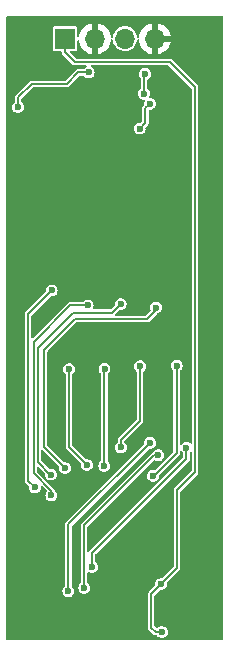
<source format=gbr>
G04 #@! TF.GenerationSoftware,KiCad,Pcbnew,8.0.1*
G04 #@! TF.CreationDate,2025-02-25T21:27:59-07:00*
G04 #@! TF.ProjectId,LEDDisplay,4c454444-6973-4706-9c61-792e6b696361,rev?*
G04 #@! TF.SameCoordinates,Original*
G04 #@! TF.FileFunction,Copper,L2,Bot*
G04 #@! TF.FilePolarity,Positive*
%FSLAX46Y46*%
G04 Gerber Fmt 4.6, Leading zero omitted, Abs format (unit mm)*
G04 Created by KiCad (PCBNEW 8.0.1) date 2025-02-25 21:27:59*
%MOMM*%
%LPD*%
G01*
G04 APERTURE LIST*
G04 #@! TA.AperFunction,ComponentPad*
%ADD10R,1.700000X1.700000*%
G04 #@! TD*
G04 #@! TA.AperFunction,ComponentPad*
%ADD11O,1.700000X1.700000*%
G04 #@! TD*
G04 #@! TA.AperFunction,ViaPad*
%ADD12C,0.600000*%
G04 #@! TD*
G04 #@! TA.AperFunction,Conductor*
%ADD13C,0.152400*%
G04 #@! TD*
G04 APERTURE END LIST*
D10*
X199610000Y-59730000D03*
D11*
X202150000Y-59730000D03*
X204690000Y-59730000D03*
X207230000Y-59730000D03*
D12*
X197070000Y-97740000D03*
X198490000Y-81060000D03*
X198450000Y-98400000D03*
X201530000Y-82330000D03*
X204330000Y-82210000D03*
X198410000Y-96640000D03*
X207320000Y-82510000D03*
X199610000Y-96090000D03*
X199970000Y-87710000D03*
X201470000Y-95830000D03*
X202940000Y-95920000D03*
X202960000Y-87700000D03*
X205970000Y-87483800D03*
X204340000Y-94350000D03*
X207080000Y-96760000D03*
X209070000Y-87430000D03*
X207825000Y-109975000D03*
X207750000Y-105910000D03*
X209900000Y-94390000D03*
X201910000Y-104470000D03*
X201250000Y-106250000D03*
X207510000Y-95000000D03*
X199900000Y-106510000D03*
X206820000Y-93960000D03*
X206290000Y-64390000D03*
X206380000Y-62720000D03*
X206800000Y-65250000D03*
X205930000Y-67350000D03*
X201615000Y-62595000D03*
X195650000Y-65530000D03*
X201480000Y-65610000D03*
X208830000Y-67460000D03*
X210280000Y-105910000D03*
X196470000Y-110020000D03*
X203160000Y-102950000D03*
X211860000Y-89300000D03*
D13*
X197070000Y-97740000D02*
X196487600Y-97157600D01*
X196487600Y-83062400D02*
X198490000Y-81060000D01*
X196487600Y-97157600D02*
X196487600Y-83062400D01*
X196957600Y-85422400D02*
X200050000Y-82330000D01*
X196957600Y-96507600D02*
X196957600Y-85422400D01*
X200050000Y-82330000D02*
X201530000Y-82330000D01*
X198450000Y-98000000D02*
X196957600Y-96507600D01*
X198450000Y-98400000D02*
X198450000Y-98000000D01*
X197310000Y-85910000D02*
X197310000Y-95570000D01*
X204330000Y-82210000D02*
X203600000Y-82940000D01*
X203600000Y-82940000D02*
X200280000Y-82940000D01*
X198380000Y-96640000D02*
X198410000Y-96640000D01*
X200280000Y-82940000D02*
X197310000Y-85910000D01*
X197310000Y-95570000D02*
X198380000Y-96640000D01*
X207320000Y-82690000D02*
X206540000Y-83470000D01*
X197840000Y-86110000D02*
X197840000Y-94320000D01*
X200480000Y-83470000D02*
X197840000Y-86110000D01*
X207320000Y-82510000D02*
X207320000Y-82690000D01*
X197840000Y-94320000D02*
X199610000Y-96090000D01*
X206540000Y-83470000D02*
X200480000Y-83470000D01*
X201470000Y-95830000D02*
X199970000Y-94330000D01*
X199970000Y-94330000D02*
X199970000Y-87710000D01*
X202940000Y-95920000D02*
X202940000Y-87720000D01*
X202940000Y-87720000D02*
X202960000Y-87700000D01*
X204340000Y-93700000D02*
X205970000Y-92070000D01*
X205970000Y-92070000D02*
X205970000Y-87483800D01*
X204340000Y-94350000D02*
X204340000Y-93700000D01*
X209070000Y-94810000D02*
X209070000Y-87430000D01*
X207080000Y-96760000D02*
X207120000Y-96760000D01*
X207120000Y-96760000D02*
X209070000Y-94810000D01*
X209080000Y-104580000D02*
X209080000Y-97990000D01*
X208480000Y-61720000D02*
X200430000Y-61720000D01*
X199610000Y-60900000D02*
X199610000Y-59730000D01*
X200430000Y-61720000D02*
X199610000Y-60900000D01*
X207825000Y-109975000D02*
X207285000Y-109975000D01*
X206910000Y-106750000D02*
X207750000Y-105910000D01*
X207750000Y-105910000D02*
X209080000Y-104580000D01*
X210630000Y-96440000D02*
X210630000Y-63870000D01*
X209080000Y-97990000D02*
X210630000Y-96440000D01*
X210630000Y-63870000D02*
X208480000Y-61720000D01*
X207285000Y-109975000D02*
X206910000Y-109600000D01*
X206910000Y-109600000D02*
X206910000Y-106750000D01*
X201900000Y-104460000D02*
X201900000Y-103310000D01*
X201900000Y-103310000D02*
X209900000Y-95310000D01*
X201910000Y-104470000D02*
X201900000Y-104460000D01*
X209900000Y-95310000D02*
X209900000Y-94390000D01*
X201240000Y-106240000D02*
X201250000Y-106250000D01*
X207510000Y-95000000D02*
X207190000Y-95000000D01*
X201240000Y-100950000D02*
X201240000Y-106240000D01*
X207190000Y-95000000D02*
X201240000Y-100950000D01*
X199910000Y-106500000D02*
X199900000Y-106510000D01*
X206820000Y-93960000D02*
X199910000Y-100870000D01*
X199910000Y-100870000D02*
X199910000Y-106500000D01*
X206310000Y-62790000D02*
X206380000Y-62720000D01*
X206310000Y-64370000D02*
X206310000Y-62790000D01*
X206290000Y-64390000D02*
X206310000Y-64370000D01*
X206410000Y-66870000D02*
X205930000Y-67350000D01*
X206410000Y-65640000D02*
X206410000Y-66870000D01*
X206800000Y-65250000D02*
X206410000Y-65640000D01*
X199780000Y-63560000D02*
X196790000Y-63560000D01*
X196790000Y-63560000D02*
X195650000Y-64700000D01*
X195650000Y-64700000D02*
X195650000Y-65530000D01*
X201615000Y-62595000D02*
X200745000Y-62595000D01*
X200745000Y-62595000D02*
X199780000Y-63560000D01*
G04 #@! TA.AperFunction,Conductor*
G36*
X212982638Y-57848093D02*
G01*
X213008358Y-57892642D01*
X213009500Y-57905700D01*
X213009500Y-110614300D01*
X212991907Y-110662638D01*
X212947358Y-110688358D01*
X212934300Y-110689500D01*
X194725700Y-110689500D01*
X194677362Y-110671907D01*
X194651642Y-110627358D01*
X194650500Y-110614300D01*
X194650500Y-106510000D01*
X199394353Y-106510000D01*
X199414835Y-106652459D01*
X199474622Y-106783372D01*
X199474624Y-106783375D01*
X199525931Y-106842586D01*
X199568872Y-106892143D01*
X199689947Y-106969953D01*
X199828039Y-107010500D01*
X199828042Y-107010500D01*
X199971958Y-107010500D01*
X199971961Y-107010500D01*
X200110053Y-106969953D01*
X200231128Y-106892143D01*
X200325377Y-106783373D01*
X200385165Y-106652457D01*
X200405647Y-106510000D01*
X200385165Y-106367543D01*
X200325377Y-106236627D01*
X200231128Y-106127857D01*
X200231126Y-106127855D01*
X200231124Y-106127854D01*
X200221241Y-106121502D01*
X200190090Y-106080567D01*
X200186700Y-106058242D01*
X200186700Y-101015760D01*
X200204293Y-100967422D01*
X200208715Y-100962597D01*
X206688875Y-94482436D01*
X206735494Y-94460697D01*
X206742660Y-94460901D01*
X206742660Y-94460500D01*
X206891958Y-94460500D01*
X206891961Y-94460500D01*
X207030053Y-94419953D01*
X207151128Y-94342143D01*
X207245377Y-94233373D01*
X207305165Y-94102457D01*
X207325647Y-93960000D01*
X207305165Y-93817543D01*
X207295976Y-93797423D01*
X207245377Y-93686627D01*
X207245375Y-93686624D01*
X207151127Y-93577856D01*
X207151125Y-93577855D01*
X207126722Y-93562172D01*
X207030053Y-93500047D01*
X207030052Y-93500046D01*
X206891963Y-93459500D01*
X206891961Y-93459500D01*
X206748039Y-93459500D01*
X206748036Y-93459500D01*
X206609948Y-93500046D01*
X206488874Y-93577855D01*
X206488872Y-93577856D01*
X206394624Y-93686624D01*
X206394622Y-93686627D01*
X206334835Y-93817540D01*
X206314353Y-93960000D01*
X206323368Y-94022703D01*
X206312832Y-94073052D01*
X206302107Y-94086578D01*
X199688585Y-100700101D01*
X199688583Y-100700103D01*
X199652155Y-100763196D01*
X199652156Y-100763197D01*
X199633300Y-100833573D01*
X199633300Y-106045389D01*
X199615707Y-106093727D01*
X199598757Y-106108651D01*
X199568871Y-106127857D01*
X199568869Y-106127859D01*
X199474624Y-106236625D01*
X199474622Y-106236627D01*
X199414835Y-106367540D01*
X199394353Y-106510000D01*
X194650500Y-106510000D01*
X194650500Y-97194028D01*
X196210900Y-97194028D01*
X196229756Y-97264403D01*
X196266185Y-97327498D01*
X196266186Y-97327499D01*
X196552107Y-97613420D01*
X196573847Y-97660040D01*
X196573368Y-97677295D01*
X196564353Y-97739999D01*
X196584835Y-97882459D01*
X196644622Y-98013372D01*
X196644624Y-98013375D01*
X196704597Y-98082587D01*
X196738872Y-98122143D01*
X196859947Y-98199953D01*
X196998039Y-98240500D01*
X196998042Y-98240500D01*
X197141958Y-98240500D01*
X197141961Y-98240500D01*
X197280053Y-98199953D01*
X197401128Y-98122143D01*
X197495377Y-98013373D01*
X197555165Y-97882457D01*
X197575647Y-97740000D01*
X197570348Y-97703145D01*
X197580882Y-97652796D01*
X197621316Y-97620998D01*
X197672730Y-97622629D01*
X197697956Y-97639269D01*
X198049714Y-97991027D01*
X198071454Y-98037647D01*
X198058140Y-98087334D01*
X198053374Y-98093445D01*
X198024622Y-98126627D01*
X198024622Y-98126628D01*
X197964835Y-98257540D01*
X197944353Y-98400000D01*
X197964835Y-98542459D01*
X198024622Y-98673372D01*
X198024624Y-98673375D01*
X198118872Y-98782143D01*
X198239947Y-98859953D01*
X198378039Y-98900500D01*
X198378042Y-98900500D01*
X198521958Y-98900500D01*
X198521961Y-98900500D01*
X198660053Y-98859953D01*
X198781128Y-98782143D01*
X198875377Y-98673373D01*
X198935165Y-98542457D01*
X198955647Y-98400000D01*
X198935165Y-98257543D01*
X198927381Y-98240499D01*
X198875377Y-98126627D01*
X198875375Y-98126624D01*
X198781127Y-98017856D01*
X198781123Y-98017853D01*
X198757405Y-98002610D01*
X198726253Y-97961676D01*
X198725424Y-97958811D01*
X198724020Y-97953572D01*
X198707844Y-97893198D01*
X198671415Y-97830102D01*
X198619898Y-97778585D01*
X197256326Y-96415013D01*
X197234586Y-96368393D01*
X197234300Y-96361839D01*
X197234300Y-96067161D01*
X197251893Y-96018823D01*
X197296442Y-95993103D01*
X197347100Y-96002036D01*
X197362674Y-96013987D01*
X197888336Y-96539649D01*
X197910076Y-96586269D01*
X197909597Y-96603524D01*
X197904353Y-96639999D01*
X197924835Y-96782459D01*
X197984622Y-96913372D01*
X197984624Y-96913375D01*
X198069944Y-97011839D01*
X198078872Y-97022143D01*
X198199947Y-97099953D01*
X198338039Y-97140500D01*
X198338042Y-97140500D01*
X198481958Y-97140500D01*
X198481961Y-97140500D01*
X198620053Y-97099953D01*
X198741128Y-97022143D01*
X198835377Y-96913373D01*
X198895165Y-96782457D01*
X198915647Y-96640000D01*
X198895165Y-96497543D01*
X198890178Y-96486624D01*
X198835377Y-96366627D01*
X198835375Y-96366624D01*
X198741127Y-96257856D01*
X198741125Y-96257855D01*
X198669995Y-96212143D01*
X198620053Y-96180047D01*
X198620052Y-96180046D01*
X198481963Y-96139500D01*
X198481961Y-96139500D01*
X198338039Y-96139500D01*
X198328875Y-96142190D01*
X198277539Y-96138923D01*
X198254521Y-96123208D01*
X197608726Y-95477413D01*
X197586986Y-95430793D01*
X197586700Y-95424239D01*
X197586700Y-94639561D01*
X197604293Y-94591223D01*
X197648842Y-94565503D01*
X197699500Y-94574436D01*
X197715074Y-94586387D01*
X199092107Y-95963420D01*
X199113847Y-96010040D01*
X199113368Y-96027295D01*
X199104353Y-96089999D01*
X199124835Y-96232459D01*
X199184622Y-96363372D01*
X199184624Y-96363375D01*
X199234123Y-96420500D01*
X199278872Y-96472143D01*
X199399947Y-96549953D01*
X199538039Y-96590500D01*
X199538042Y-96590500D01*
X199681958Y-96590500D01*
X199681961Y-96590500D01*
X199820053Y-96549953D01*
X199941128Y-96472143D01*
X200035377Y-96363373D01*
X200095165Y-96232457D01*
X200115647Y-96090000D01*
X200095165Y-95947543D01*
X200082586Y-95920000D01*
X200035377Y-95816627D01*
X200035375Y-95816624D01*
X199941127Y-95707856D01*
X199941125Y-95707855D01*
X199820051Y-95630046D01*
X199820052Y-95630046D01*
X199681963Y-95589500D01*
X199681961Y-95589500D01*
X199538039Y-95589500D01*
X199532661Y-95589500D01*
X199532661Y-95586710D01*
X199492402Y-95578288D01*
X199478875Y-95567562D01*
X198138726Y-94227413D01*
X198116986Y-94180793D01*
X198116700Y-94174239D01*
X198116700Y-87710000D01*
X199464353Y-87710000D01*
X199484835Y-87852459D01*
X199544622Y-87983372D01*
X199544624Y-87983375D01*
X199584488Y-88029380D01*
X199638872Y-88092143D01*
X199638873Y-88092143D01*
X199638874Y-88092145D01*
X199658756Y-88104922D01*
X199689909Y-88145855D01*
X199693300Y-88168184D01*
X199693300Y-94293572D01*
X199693300Y-94366428D01*
X199712156Y-94436803D01*
X199748585Y-94499898D01*
X199748586Y-94499899D01*
X200952107Y-95703420D01*
X200973847Y-95750040D01*
X200973368Y-95767295D01*
X200964353Y-95829999D01*
X200984835Y-95972459D01*
X201044622Y-96103372D01*
X201044624Y-96103375D01*
X201138872Y-96212143D01*
X201259947Y-96289953D01*
X201398039Y-96330500D01*
X201398042Y-96330500D01*
X201541958Y-96330500D01*
X201541961Y-96330500D01*
X201680053Y-96289953D01*
X201801128Y-96212143D01*
X201895377Y-96103373D01*
X201955165Y-95972457D01*
X201962707Y-95920000D01*
X202434353Y-95920000D01*
X202454835Y-96062459D01*
X202514622Y-96193372D01*
X202514624Y-96193375D01*
X202587110Y-96277028D01*
X202608872Y-96302143D01*
X202729947Y-96379953D01*
X202868039Y-96420500D01*
X202868042Y-96420500D01*
X203011958Y-96420500D01*
X203011961Y-96420500D01*
X203150053Y-96379953D01*
X203271128Y-96302143D01*
X203365377Y-96193373D01*
X203425165Y-96062457D01*
X203445647Y-95920000D01*
X203425165Y-95777543D01*
X203365377Y-95646627D01*
X203365375Y-95646624D01*
X203330050Y-95605857D01*
X203271128Y-95537857D01*
X203251242Y-95525077D01*
X203220091Y-95484144D01*
X203216700Y-95461816D01*
X203216700Y-94350000D01*
X203834353Y-94350000D01*
X203854835Y-94492459D01*
X203914622Y-94623372D01*
X203914624Y-94623375D01*
X204004092Y-94726627D01*
X204008872Y-94732143D01*
X204129947Y-94809953D01*
X204268039Y-94850500D01*
X204268042Y-94850500D01*
X204411958Y-94850500D01*
X204411961Y-94850500D01*
X204550053Y-94809953D01*
X204671128Y-94732143D01*
X204765377Y-94623373D01*
X204825165Y-94492457D01*
X204845647Y-94350000D01*
X204825165Y-94207543D01*
X204824180Y-94205387D01*
X204765377Y-94076627D01*
X204765375Y-94076624D01*
X204711266Y-94014179D01*
X204671128Y-93967857D01*
X204651242Y-93955077D01*
X204620091Y-93914144D01*
X204616700Y-93891816D01*
X204616700Y-93845761D01*
X204634293Y-93797423D01*
X204638726Y-93792587D01*
X204971813Y-93459500D01*
X206191415Y-92239898D01*
X206227844Y-92176803D01*
X206246700Y-92106428D01*
X206246700Y-92033572D01*
X206246700Y-87941984D01*
X206264293Y-87893646D01*
X206281244Y-87878722D01*
X206301125Y-87865945D01*
X206301125Y-87865944D01*
X206301128Y-87865943D01*
X206395377Y-87757173D01*
X206455165Y-87626257D01*
X206475647Y-87483800D01*
X206455165Y-87341343D01*
X206449005Y-87327855D01*
X206395377Y-87210427D01*
X206395375Y-87210424D01*
X206301127Y-87101656D01*
X206301125Y-87101655D01*
X206180051Y-87023846D01*
X206180052Y-87023846D01*
X206041963Y-86983300D01*
X206041961Y-86983300D01*
X205898039Y-86983300D01*
X205898036Y-86983300D01*
X205759948Y-87023846D01*
X205638874Y-87101655D01*
X205638872Y-87101656D01*
X205544624Y-87210424D01*
X205544622Y-87210427D01*
X205484835Y-87341340D01*
X205464353Y-87483800D01*
X205484835Y-87626259D01*
X205544622Y-87757172D01*
X205544624Y-87757175D01*
X205584488Y-87803180D01*
X205638872Y-87865943D01*
X205638873Y-87865943D01*
X205638874Y-87865945D01*
X205658756Y-87878722D01*
X205689909Y-87919655D01*
X205693300Y-87941984D01*
X205693300Y-91924239D01*
X205675707Y-91972577D01*
X205671274Y-91977413D01*
X204118586Y-93530100D01*
X204082156Y-93593197D01*
X204074305Y-93622500D01*
X204063300Y-93663573D01*
X204063300Y-93891816D01*
X204045707Y-93940154D01*
X204028758Y-93955076D01*
X204021098Y-93960000D01*
X204008872Y-93967857D01*
X203914624Y-94076624D01*
X203914622Y-94076627D01*
X203854835Y-94207540D01*
X203834353Y-94350000D01*
X203216700Y-94350000D01*
X203216700Y-88171037D01*
X203234293Y-88122699D01*
X203251244Y-88107775D01*
X203291125Y-88082145D01*
X203291125Y-88082144D01*
X203291128Y-88082143D01*
X203385377Y-87973373D01*
X203445165Y-87842457D01*
X203465647Y-87700000D01*
X203445165Y-87557543D01*
X203385377Y-87426627D01*
X203385375Y-87426624D01*
X203291127Y-87317856D01*
X203291125Y-87317855D01*
X203185613Y-87250047D01*
X203170053Y-87240047D01*
X203170052Y-87240046D01*
X203031963Y-87199500D01*
X203031961Y-87199500D01*
X202888039Y-87199500D01*
X202888036Y-87199500D01*
X202749948Y-87240046D01*
X202628874Y-87317855D01*
X202628872Y-87317856D01*
X202534624Y-87426624D01*
X202534622Y-87426627D01*
X202474835Y-87557540D01*
X202454353Y-87700000D01*
X202474835Y-87842459D01*
X202534622Y-87973372D01*
X202534624Y-87973375D01*
X202574488Y-88019380D01*
X202628872Y-88082143D01*
X202628875Y-88082145D01*
X202632939Y-88085667D01*
X202632168Y-88086555D01*
X202659906Y-88122992D01*
X202663300Y-88145330D01*
X202663300Y-95461816D01*
X202645707Y-95510154D01*
X202628758Y-95525076D01*
X202608872Y-95537857D01*
X202514624Y-95646624D01*
X202514622Y-95646627D01*
X202454835Y-95777540D01*
X202434353Y-95920000D01*
X201962707Y-95920000D01*
X201975647Y-95830000D01*
X201955165Y-95687543D01*
X201895377Y-95556627D01*
X201895375Y-95556624D01*
X201801127Y-95447856D01*
X201801125Y-95447855D01*
X201698876Y-95382144D01*
X201680053Y-95370047D01*
X201680052Y-95370046D01*
X201541963Y-95329500D01*
X201541961Y-95329500D01*
X201398039Y-95329500D01*
X201392661Y-95329500D01*
X201392661Y-95326710D01*
X201352402Y-95318288D01*
X201338875Y-95307562D01*
X200268726Y-94237413D01*
X200246986Y-94190793D01*
X200246700Y-94184239D01*
X200246700Y-88168184D01*
X200264293Y-88119846D01*
X200281244Y-88104922D01*
X200301125Y-88092145D01*
X200301125Y-88092144D01*
X200301128Y-88092143D01*
X200395377Y-87983373D01*
X200455165Y-87852457D01*
X200475647Y-87710000D01*
X200455165Y-87567543D01*
X200416920Y-87483800D01*
X200395377Y-87436627D01*
X200395375Y-87436624D01*
X200301127Y-87327856D01*
X200301125Y-87327855D01*
X200180051Y-87250046D01*
X200180052Y-87250046D01*
X200041963Y-87209500D01*
X200041961Y-87209500D01*
X199898039Y-87209500D01*
X199898036Y-87209500D01*
X199759948Y-87250046D01*
X199638874Y-87327855D01*
X199638872Y-87327856D01*
X199544624Y-87436624D01*
X199544622Y-87436627D01*
X199484835Y-87567540D01*
X199464353Y-87710000D01*
X198116700Y-87710000D01*
X198116700Y-86255761D01*
X198134293Y-86207423D01*
X198138726Y-86202587D01*
X200572587Y-83768726D01*
X200619207Y-83746986D01*
X200625761Y-83746700D01*
X206576427Y-83746700D01*
X206576428Y-83746700D01*
X206646803Y-83727844D01*
X206709898Y-83691415D01*
X207376764Y-83024548D01*
X207408748Y-83005570D01*
X207530053Y-82969953D01*
X207651128Y-82892143D01*
X207745377Y-82783373D01*
X207805165Y-82652457D01*
X207825647Y-82510000D01*
X207805165Y-82367543D01*
X207798276Y-82352459D01*
X207745377Y-82236627D01*
X207745375Y-82236624D01*
X207651127Y-82127856D01*
X207651125Y-82127855D01*
X207557277Y-82067543D01*
X207530053Y-82050047D01*
X207530052Y-82050046D01*
X207391963Y-82009500D01*
X207391961Y-82009500D01*
X207248039Y-82009500D01*
X207248036Y-82009500D01*
X207109948Y-82050046D01*
X206988874Y-82127855D01*
X206988872Y-82127856D01*
X206894624Y-82236624D01*
X206894622Y-82236627D01*
X206834835Y-82367540D01*
X206814353Y-82510000D01*
X206834835Y-82652460D01*
X206854338Y-82695163D01*
X206858415Y-82746441D01*
X206839108Y-82779577D01*
X206447412Y-83171274D01*
X206400793Y-83193014D01*
X206394239Y-83193300D01*
X203919561Y-83193300D01*
X203871223Y-83175707D01*
X203845503Y-83131158D01*
X203854436Y-83080500D01*
X203866383Y-83064929D01*
X204198874Y-82732437D01*
X204245494Y-82710698D01*
X204252660Y-82710897D01*
X204252660Y-82710500D01*
X204401958Y-82710500D01*
X204401961Y-82710500D01*
X204540053Y-82669953D01*
X204661128Y-82592143D01*
X204755377Y-82483373D01*
X204815165Y-82352457D01*
X204835647Y-82210000D01*
X204815165Y-82067543D01*
X204810178Y-82056624D01*
X204755377Y-81936627D01*
X204755375Y-81936624D01*
X204661127Y-81827856D01*
X204661125Y-81827855D01*
X204540051Y-81750046D01*
X204540052Y-81750046D01*
X204401963Y-81709500D01*
X204401961Y-81709500D01*
X204258039Y-81709500D01*
X204258036Y-81709500D01*
X204119948Y-81750046D01*
X203998874Y-81827855D01*
X203998872Y-81827856D01*
X203904624Y-81936624D01*
X203904622Y-81936627D01*
X203844835Y-82067540D01*
X203824353Y-82210000D01*
X203833368Y-82272701D01*
X203822832Y-82323051D01*
X203812108Y-82336577D01*
X203507413Y-82641274D01*
X203460792Y-82663014D01*
X203454238Y-82663300D01*
X202045023Y-82663300D01*
X201996685Y-82645707D01*
X201970965Y-82601158D01*
X201976619Y-82556860D01*
X202015164Y-82472459D01*
X202015163Y-82472459D01*
X202015165Y-82472457D01*
X202035647Y-82330000D01*
X202015165Y-82187543D01*
X201962468Y-82072155D01*
X201955377Y-82056627D01*
X201955375Y-82056624D01*
X201861127Y-81947856D01*
X201861125Y-81947855D01*
X201740051Y-81870046D01*
X201740052Y-81870046D01*
X201601963Y-81829500D01*
X201601961Y-81829500D01*
X201458039Y-81829500D01*
X201458036Y-81829500D01*
X201319948Y-81870046D01*
X201198874Y-81947855D01*
X201198869Y-81947859D01*
X201129995Y-82027345D01*
X201085045Y-82052355D01*
X201073163Y-82053300D01*
X200086428Y-82053300D01*
X200013572Y-82053300D01*
X200001155Y-82056627D01*
X199943199Y-82072155D01*
X199880100Y-82108586D01*
X196892674Y-85096013D01*
X196846054Y-85117753D01*
X196796367Y-85104439D01*
X196766862Y-85062302D01*
X196764300Y-85042839D01*
X196764300Y-83208160D01*
X196781893Y-83159822D01*
X196786315Y-83154997D01*
X198358875Y-81582436D01*
X198405494Y-81560697D01*
X198412660Y-81560901D01*
X198412660Y-81560500D01*
X198561958Y-81560500D01*
X198561961Y-81560500D01*
X198700053Y-81519953D01*
X198821128Y-81442143D01*
X198915377Y-81333373D01*
X198975165Y-81202457D01*
X198995647Y-81060000D01*
X198975165Y-80917543D01*
X198915377Y-80786627D01*
X198915375Y-80786624D01*
X198821127Y-80677856D01*
X198821125Y-80677855D01*
X198700051Y-80600046D01*
X198700052Y-80600046D01*
X198561963Y-80559500D01*
X198561961Y-80559500D01*
X198418039Y-80559500D01*
X198418036Y-80559500D01*
X198279948Y-80600046D01*
X198158874Y-80677855D01*
X198158872Y-80677856D01*
X198064624Y-80786624D01*
X198064622Y-80786627D01*
X198004835Y-80917540D01*
X197984353Y-81060000D01*
X197993368Y-81122703D01*
X197982832Y-81173052D01*
X197972107Y-81186578D01*
X196266184Y-82892501D01*
X196229755Y-82955596D01*
X196229756Y-82955597D01*
X196229756Y-82955598D01*
X196210900Y-83025972D01*
X196210900Y-97121172D01*
X196210900Y-97194028D01*
X194650500Y-97194028D01*
X194650500Y-67350000D01*
X205424353Y-67350000D01*
X205444835Y-67492459D01*
X205504622Y-67623372D01*
X205504624Y-67623375D01*
X205598872Y-67732143D01*
X205719947Y-67809953D01*
X205858039Y-67850500D01*
X205858042Y-67850500D01*
X206001958Y-67850500D01*
X206001961Y-67850500D01*
X206140053Y-67809953D01*
X206261128Y-67732143D01*
X206355377Y-67623373D01*
X206415165Y-67492457D01*
X206435647Y-67350000D01*
X206426631Y-67287295D01*
X206437167Y-67236947D01*
X206447887Y-67223424D01*
X206631415Y-67039898D01*
X206667844Y-66976802D01*
X206686700Y-66906428D01*
X206686700Y-66833572D01*
X206686700Y-65825700D01*
X206704293Y-65777362D01*
X206748842Y-65751642D01*
X206761900Y-65750500D01*
X206871958Y-65750500D01*
X206871961Y-65750500D01*
X207010053Y-65709953D01*
X207131128Y-65632143D01*
X207225377Y-65523373D01*
X207285165Y-65392457D01*
X207305647Y-65250000D01*
X207285165Y-65107543D01*
X207285163Y-65107539D01*
X207225377Y-64976627D01*
X207225375Y-64976624D01*
X207131127Y-64867856D01*
X207131125Y-64867855D01*
X207096746Y-64845761D01*
X207010053Y-64790047D01*
X207010052Y-64790046D01*
X206871963Y-64749500D01*
X206871961Y-64749500D01*
X206793058Y-64749500D01*
X206744720Y-64731907D01*
X206719000Y-64687358D01*
X206724654Y-64643060D01*
X206775164Y-64532460D01*
X206775164Y-64532458D01*
X206775165Y-64532457D01*
X206795647Y-64390000D01*
X206775165Y-64247543D01*
X206715377Y-64116627D01*
X206621128Y-64007857D01*
X206621126Y-64007856D01*
X206617066Y-64004338D01*
X206617833Y-64003452D01*
X206590090Y-63966992D01*
X206586700Y-63944669D01*
X206586700Y-63223170D01*
X206604293Y-63174832D01*
X206621244Y-63159908D01*
X206636701Y-63149974D01*
X206711128Y-63102143D01*
X206805377Y-62993373D01*
X206865165Y-62862457D01*
X206885647Y-62720000D01*
X206865165Y-62577543D01*
X206805377Y-62446627D01*
X206805375Y-62446624D01*
X206711127Y-62337856D01*
X206711125Y-62337855D01*
X206590051Y-62260046D01*
X206590052Y-62260046D01*
X206451963Y-62219500D01*
X206451961Y-62219500D01*
X206308039Y-62219500D01*
X206308036Y-62219500D01*
X206169948Y-62260046D01*
X206048874Y-62337855D01*
X206048872Y-62337856D01*
X205954624Y-62446624D01*
X205954622Y-62446627D01*
X205894835Y-62577540D01*
X205874353Y-62720000D01*
X205894835Y-62862459D01*
X205954623Y-62993373D01*
X206014932Y-63062974D01*
X206033291Y-63111026D01*
X206033300Y-63112219D01*
X206033300Y-63918963D01*
X206015707Y-63967301D01*
X205998756Y-63982225D01*
X205958874Y-64007855D01*
X205958872Y-64007856D01*
X205864624Y-64116624D01*
X205864622Y-64116627D01*
X205804835Y-64247540D01*
X205784353Y-64390000D01*
X205804835Y-64532459D01*
X205864622Y-64663372D01*
X205864624Y-64663375D01*
X205939252Y-64749500D01*
X205958872Y-64772143D01*
X206079947Y-64849953D01*
X206218039Y-64890500D01*
X206218042Y-64890500D01*
X206296942Y-64890500D01*
X206345280Y-64908093D01*
X206371000Y-64952642D01*
X206365346Y-64996940D01*
X206314835Y-65107539D01*
X206294353Y-65250000D01*
X206303368Y-65312703D01*
X206292832Y-65363052D01*
X206282108Y-65376578D01*
X206188584Y-65470102D01*
X206152155Y-65533196D01*
X206152156Y-65533197D01*
X206133300Y-65603573D01*
X206133300Y-66724237D01*
X206115707Y-66772575D01*
X206111274Y-66777412D01*
X206061123Y-66827562D01*
X206014502Y-66849301D01*
X206007339Y-66849106D01*
X206007339Y-66849500D01*
X205858036Y-66849500D01*
X205719948Y-66890046D01*
X205598874Y-66967855D01*
X205598872Y-66967856D01*
X205504624Y-67076624D01*
X205504622Y-67076627D01*
X205444835Y-67207540D01*
X205424353Y-67350000D01*
X194650500Y-67350000D01*
X194650500Y-65530000D01*
X195144353Y-65530000D01*
X195164835Y-65672459D01*
X195224622Y-65803372D01*
X195224624Y-65803375D01*
X195243969Y-65825700D01*
X195318872Y-65912143D01*
X195439947Y-65989953D01*
X195578039Y-66030500D01*
X195578042Y-66030500D01*
X195721958Y-66030500D01*
X195721961Y-66030500D01*
X195860053Y-65989953D01*
X195981128Y-65912143D01*
X196075377Y-65803373D01*
X196135165Y-65672457D01*
X196155647Y-65530000D01*
X196135165Y-65387543D01*
X196130157Y-65376578D01*
X196075377Y-65256627D01*
X196075375Y-65256624D01*
X196040050Y-65215857D01*
X195981128Y-65147857D01*
X195961242Y-65135077D01*
X195930091Y-65094144D01*
X195926700Y-65071816D01*
X195926700Y-64845761D01*
X195944293Y-64797423D01*
X195948726Y-64792587D01*
X196882587Y-63858726D01*
X196929207Y-63836986D01*
X196935761Y-63836700D01*
X199816427Y-63836700D01*
X199816428Y-63836700D01*
X199886803Y-63817844D01*
X199949898Y-63781415D01*
X200837587Y-62893726D01*
X200884207Y-62871986D01*
X200890761Y-62871700D01*
X201158163Y-62871700D01*
X201206501Y-62889293D01*
X201214995Y-62897655D01*
X201283869Y-62977140D01*
X201283872Y-62977143D01*
X201404947Y-63054953D01*
X201543039Y-63095500D01*
X201543042Y-63095500D01*
X201686958Y-63095500D01*
X201686961Y-63095500D01*
X201825053Y-63054953D01*
X201946128Y-62977143D01*
X202040377Y-62868373D01*
X202100165Y-62737457D01*
X202120647Y-62595000D01*
X202100165Y-62452543D01*
X202097463Y-62446627D01*
X202040377Y-62321627D01*
X202040375Y-62321624D01*
X201946127Y-62212856D01*
X201946125Y-62212855D01*
X201825232Y-62135162D01*
X201794079Y-62094228D01*
X201796527Y-62042847D01*
X201831429Y-62005060D01*
X201865888Y-61996700D01*
X208334239Y-61996700D01*
X208382577Y-62014293D01*
X208387413Y-62018726D01*
X210331274Y-63962587D01*
X210353014Y-64009207D01*
X210353300Y-64015761D01*
X210353300Y-93949054D01*
X210335707Y-93997392D01*
X210291158Y-94023112D01*
X210240500Y-94014179D01*
X210235669Y-94010740D01*
X210235653Y-94010765D01*
X210214844Y-93997392D01*
X210110053Y-93930047D01*
X210110052Y-93930046D01*
X209971963Y-93889500D01*
X209971961Y-93889500D01*
X209828039Y-93889500D01*
X209828036Y-93889500D01*
X209689948Y-93930046D01*
X209568874Y-94007855D01*
X209568872Y-94007856D01*
X209478732Y-94111884D01*
X209433781Y-94136893D01*
X209383271Y-94127158D01*
X209350836Y-94087233D01*
X209346700Y-94062638D01*
X209346700Y-87888184D01*
X209364293Y-87839846D01*
X209381244Y-87824922D01*
X209401125Y-87812145D01*
X209401125Y-87812144D01*
X209401128Y-87812143D01*
X209495377Y-87703373D01*
X209555165Y-87572457D01*
X209575647Y-87430000D01*
X209555165Y-87287543D01*
X209495377Y-87156627D01*
X209495375Y-87156624D01*
X209401127Y-87047856D01*
X209401125Y-87047855D01*
X209280051Y-86970046D01*
X209280052Y-86970046D01*
X209141963Y-86929500D01*
X209141961Y-86929500D01*
X208998039Y-86929500D01*
X208998036Y-86929500D01*
X208859948Y-86970046D01*
X208738874Y-87047855D01*
X208738872Y-87047856D01*
X208644624Y-87156624D01*
X208644622Y-87156627D01*
X208584835Y-87287540D01*
X208564353Y-87430000D01*
X208584835Y-87572459D01*
X208644622Y-87703372D01*
X208644624Y-87703375D01*
X208650365Y-87710000D01*
X208738872Y-87812143D01*
X208738873Y-87812143D01*
X208738874Y-87812145D01*
X208758756Y-87824922D01*
X208789909Y-87865855D01*
X208793300Y-87888184D01*
X208793300Y-94664238D01*
X208775707Y-94712576D01*
X208771274Y-94717412D01*
X207243207Y-96245478D01*
X207196587Y-96267218D01*
X207168848Y-96264458D01*
X207151961Y-96259500D01*
X207008039Y-96259500D01*
X207008036Y-96259500D01*
X206869948Y-96300046D01*
X206748874Y-96377855D01*
X206748872Y-96377856D01*
X206654624Y-96486624D01*
X206654622Y-96486627D01*
X206594835Y-96617540D01*
X206574353Y-96760000D01*
X206594835Y-96902459D01*
X206654622Y-97033372D01*
X206654624Y-97033375D01*
X206712314Y-97099953D01*
X206748872Y-97142143D01*
X206869947Y-97219953D01*
X207008039Y-97260500D01*
X207008042Y-97260500D01*
X207151958Y-97260500D01*
X207151961Y-97260500D01*
X207290053Y-97219953D01*
X207411128Y-97142143D01*
X207505377Y-97033373D01*
X207565165Y-96902457D01*
X207585647Y-96760000D01*
X207581659Y-96732268D01*
X207592192Y-96681921D01*
X207602915Y-96668396D01*
X209291415Y-94979898D01*
X209327843Y-94916803D01*
X209327844Y-94916802D01*
X209346700Y-94846428D01*
X209346700Y-94717361D01*
X209364293Y-94669023D01*
X209408842Y-94643303D01*
X209459500Y-94652236D01*
X209478732Y-94668116D01*
X209568869Y-94772140D01*
X209568874Y-94772145D01*
X209588756Y-94784922D01*
X209619909Y-94825855D01*
X209623300Y-94848184D01*
X209623300Y-95164239D01*
X209605707Y-95212577D01*
X209601274Y-95217413D01*
X201678585Y-103140101D01*
X201657024Y-103177445D01*
X201617618Y-103210509D01*
X201566178Y-103210507D01*
X201526774Y-103177441D01*
X201516700Y-103139843D01*
X201516700Y-101095760D01*
X201534293Y-101047422D01*
X201538715Y-101042597D01*
X207148378Y-95432933D01*
X207194997Y-95411194D01*
X207242207Y-95422846D01*
X207299947Y-95459953D01*
X207438039Y-95500500D01*
X207438042Y-95500500D01*
X207581958Y-95500500D01*
X207581961Y-95500500D01*
X207720053Y-95459953D01*
X207841128Y-95382143D01*
X207935377Y-95273373D01*
X207995165Y-95142457D01*
X208015647Y-95000000D01*
X207995165Y-94857543D01*
X207980693Y-94825855D01*
X207935377Y-94726627D01*
X207935375Y-94726624D01*
X207841127Y-94617856D01*
X207841125Y-94617855D01*
X207799685Y-94591223D01*
X207720053Y-94540047D01*
X207720052Y-94540046D01*
X207581963Y-94499500D01*
X207581961Y-94499500D01*
X207438039Y-94499500D01*
X207438036Y-94499500D01*
X207299948Y-94540046D01*
X207178874Y-94617855D01*
X207178873Y-94617856D01*
X207084623Y-94726626D01*
X207081716Y-94731151D01*
X207080417Y-94730316D01*
X207054686Y-94758616D01*
X207020100Y-94778585D01*
X201018585Y-100780101D01*
X201018583Y-100780103D01*
X200982155Y-100843196D01*
X200982156Y-100843197D01*
X200963300Y-100913573D01*
X200963300Y-105798242D01*
X200945707Y-105846580D01*
X200928759Y-105861502D01*
X200918875Y-105867854D01*
X200918869Y-105867859D01*
X200824624Y-105976625D01*
X200824622Y-105976627D01*
X200764835Y-106107540D01*
X200744353Y-106250000D01*
X200764835Y-106392459D01*
X200824622Y-106523372D01*
X200824624Y-106523375D01*
X200918872Y-106632143D01*
X201039947Y-106709953D01*
X201178039Y-106750500D01*
X201178042Y-106750500D01*
X201321958Y-106750500D01*
X201321961Y-106750500D01*
X201460053Y-106709953D01*
X201581128Y-106632143D01*
X201675377Y-106523373D01*
X201735165Y-106392457D01*
X201755647Y-106250000D01*
X201735165Y-106107543D01*
X201731402Y-106099304D01*
X201675377Y-105976627D01*
X201675375Y-105976625D01*
X201581130Y-105867859D01*
X201581128Y-105867857D01*
X201581123Y-105867854D01*
X201551242Y-105848650D01*
X201520091Y-105807716D01*
X201516700Y-105785389D01*
X201516700Y-104949905D01*
X201534293Y-104901567D01*
X201578842Y-104875847D01*
X201629500Y-104884780D01*
X201632539Y-104886633D01*
X201699947Y-104929953D01*
X201838039Y-104970500D01*
X201838042Y-104970500D01*
X201981958Y-104970500D01*
X201981961Y-104970500D01*
X202120053Y-104929953D01*
X202241128Y-104852143D01*
X202335377Y-104743373D01*
X202395165Y-104612457D01*
X202415647Y-104470000D01*
X202395165Y-104327543D01*
X202335377Y-104196627D01*
X202241128Y-104087857D01*
X202211242Y-104068650D01*
X202180091Y-104027716D01*
X202176700Y-104005389D01*
X202176700Y-103455761D01*
X202194293Y-103407423D01*
X202198726Y-103402587D01*
X210121414Y-95479899D01*
X210121415Y-95479898D01*
X210157843Y-95416803D01*
X210157844Y-95416802D01*
X210176700Y-95346428D01*
X210176700Y-94848184D01*
X210194293Y-94799846D01*
X210211244Y-94784922D01*
X210235652Y-94769236D01*
X210236828Y-94771067D01*
X210276902Y-94755755D01*
X210325513Y-94772575D01*
X210351940Y-94816708D01*
X210353300Y-94830945D01*
X210353300Y-96294239D01*
X210335707Y-96342577D01*
X210331274Y-96347413D01*
X208858586Y-97820100D01*
X208858585Y-97820102D01*
X208822156Y-97883197D01*
X208822155Y-97883200D01*
X208822154Y-97883200D01*
X208817787Y-97899498D01*
X208817788Y-97899499D01*
X208803300Y-97953573D01*
X208803300Y-104434238D01*
X208785707Y-104482576D01*
X208781274Y-104487412D01*
X207881124Y-105387561D01*
X207834504Y-105409301D01*
X207827339Y-105409106D01*
X207827339Y-105409500D01*
X207678036Y-105409500D01*
X207539948Y-105450046D01*
X207418874Y-105527855D01*
X207418872Y-105527856D01*
X207324624Y-105636624D01*
X207324622Y-105636627D01*
X207264835Y-105767540D01*
X207244353Y-105910000D01*
X207253368Y-105972703D01*
X207242832Y-106023052D01*
X207232107Y-106036578D01*
X206688588Y-106580097D01*
X206688585Y-106580101D01*
X206688585Y-106580102D01*
X206652156Y-106643197D01*
X206634272Y-106709946D01*
X206634269Y-106709956D01*
X206633300Y-106713568D01*
X206633300Y-106713572D01*
X206633300Y-109563572D01*
X206633300Y-109636428D01*
X206652156Y-109706803D01*
X206688585Y-109769898D01*
X207115102Y-110196415D01*
X207178197Y-110232844D01*
X207248572Y-110251700D01*
X207321428Y-110251700D01*
X207368163Y-110251700D01*
X207416501Y-110269293D01*
X207424995Y-110277655D01*
X207493869Y-110357140D01*
X207493872Y-110357143D01*
X207614947Y-110434953D01*
X207753039Y-110475500D01*
X207753042Y-110475500D01*
X207896958Y-110475500D01*
X207896961Y-110475500D01*
X208035053Y-110434953D01*
X208156128Y-110357143D01*
X208250377Y-110248373D01*
X208310165Y-110117457D01*
X208330647Y-109975000D01*
X208310165Y-109832543D01*
X208250377Y-109701627D01*
X208250375Y-109701624D01*
X208156127Y-109592856D01*
X208156125Y-109592855D01*
X208131722Y-109577172D01*
X208035053Y-109515047D01*
X208035052Y-109515046D01*
X207896963Y-109474500D01*
X207896961Y-109474500D01*
X207753039Y-109474500D01*
X207753036Y-109474500D01*
X207614948Y-109515046D01*
X207493874Y-109592855D01*
X207493872Y-109592857D01*
X207454055Y-109638808D01*
X207409104Y-109663818D01*
X207358594Y-109654082D01*
X207344049Y-109642736D01*
X207208726Y-109507413D01*
X207186986Y-109460793D01*
X207186700Y-109454239D01*
X207186700Y-106895760D01*
X207204293Y-106847422D01*
X207208715Y-106842597D01*
X207618874Y-106432437D01*
X207665494Y-106410698D01*
X207672660Y-106410897D01*
X207672660Y-106410500D01*
X207821958Y-106410500D01*
X207821961Y-106410500D01*
X207960053Y-106369953D01*
X208081128Y-106292143D01*
X208175377Y-106183373D01*
X208235165Y-106052457D01*
X208255647Y-105910000D01*
X208246631Y-105847295D01*
X208257167Y-105796946D01*
X208267888Y-105783423D01*
X209301415Y-104749898D01*
X209337844Y-104686803D01*
X209356700Y-104616428D01*
X209356700Y-104543572D01*
X209356700Y-98135761D01*
X209374293Y-98087423D01*
X209378726Y-98082587D01*
X210103456Y-97357857D01*
X210851415Y-96609898D01*
X210887844Y-96546803D01*
X210906700Y-96476428D01*
X210906700Y-96403572D01*
X210906700Y-63833572D01*
X210887844Y-63763198D01*
X210887844Y-63763197D01*
X210887844Y-63763196D01*
X210851416Y-63700103D01*
X208649899Y-61498586D01*
X208649898Y-61498585D01*
X208586803Y-61462156D01*
X208586800Y-61462155D01*
X208586801Y-61462155D01*
X208542183Y-61450200D01*
X208516428Y-61443300D01*
X208516427Y-61443300D01*
X200575761Y-61443300D01*
X200527423Y-61425707D01*
X200522587Y-61421274D01*
X200010187Y-60908874D01*
X199988447Y-60862254D01*
X200001761Y-60812567D01*
X200043898Y-60783062D01*
X200063361Y-60780500D01*
X200479749Y-60780500D01*
X200499242Y-60776622D01*
X200538231Y-60768867D01*
X200604552Y-60724552D01*
X200648867Y-60658231D01*
X200660500Y-60599748D01*
X200660500Y-59916817D01*
X200678093Y-59868479D01*
X200722642Y-59842759D01*
X200773300Y-59851692D01*
X200806365Y-59891097D01*
X200810614Y-59910263D01*
X200815430Y-59965316D01*
X200876569Y-60193490D01*
X200876570Y-60193494D01*
X200976398Y-60407576D01*
X201111885Y-60601072D01*
X201111896Y-60601085D01*
X201278914Y-60768103D01*
X201278927Y-60768114D01*
X201472423Y-60903601D01*
X201472423Y-60903602D01*
X201686505Y-61003429D01*
X201900000Y-61060634D01*
X201900000Y-60163012D01*
X201957007Y-60195925D01*
X202084174Y-60230000D01*
X202215826Y-60230000D01*
X202342993Y-60195925D01*
X202400000Y-60163012D01*
X202400000Y-61060634D01*
X202613494Y-61003429D01*
X202827576Y-60903602D01*
X202827576Y-60903601D01*
X203021072Y-60768114D01*
X203021085Y-60768103D01*
X203188103Y-60601085D01*
X203188114Y-60601072D01*
X203323601Y-60407576D01*
X203323602Y-60407576D01*
X203423429Y-60193494D01*
X203423430Y-60193490D01*
X203484569Y-59965316D01*
X203495479Y-59840615D01*
X203517218Y-59793995D01*
X203563839Y-59772255D01*
X203613526Y-59785569D01*
X203643031Y-59827706D01*
X203645231Y-59839798D01*
X203654699Y-59935932D01*
X203714765Y-60133947D01*
X203714770Y-60133959D01*
X203746593Y-60193494D01*
X203812315Y-60316450D01*
X203943590Y-60476410D01*
X204103550Y-60607685D01*
X204286046Y-60705232D01*
X204286050Y-60705233D01*
X204286052Y-60705234D01*
X204349733Y-60724551D01*
X204484066Y-60765300D01*
X204690000Y-60785583D01*
X204895934Y-60765300D01*
X205093954Y-60705232D01*
X205276450Y-60607685D01*
X205436410Y-60476410D01*
X205567685Y-60316450D01*
X205665232Y-60133954D01*
X205725300Y-59935934D01*
X205734768Y-59839797D01*
X205757014Y-59793418D01*
X205803869Y-59772188D01*
X205853408Y-59786043D01*
X205882451Y-59828499D01*
X205884520Y-59840615D01*
X205895430Y-59965316D01*
X205956569Y-60193490D01*
X205956570Y-60193494D01*
X206056398Y-60407576D01*
X206191885Y-60601072D01*
X206191896Y-60601085D01*
X206358914Y-60768103D01*
X206358927Y-60768114D01*
X206552423Y-60903601D01*
X206552423Y-60903602D01*
X206766505Y-61003429D01*
X206980000Y-61060634D01*
X206980000Y-60163012D01*
X207037007Y-60195925D01*
X207164174Y-60230000D01*
X207295826Y-60230000D01*
X207422993Y-60195925D01*
X207480000Y-60163012D01*
X207480000Y-61060634D01*
X207693494Y-61003429D01*
X207907576Y-60903602D01*
X207907576Y-60903601D01*
X208101072Y-60768114D01*
X208101085Y-60768103D01*
X208268103Y-60601085D01*
X208268114Y-60601072D01*
X208403601Y-60407576D01*
X208403602Y-60407576D01*
X208503429Y-60193494D01*
X208503431Y-60193490D01*
X208560636Y-59980000D01*
X207663012Y-59980000D01*
X207695925Y-59922993D01*
X207730000Y-59795826D01*
X207730000Y-59664174D01*
X207695925Y-59537007D01*
X207663012Y-59480000D01*
X208560636Y-59480000D01*
X208503431Y-59266509D01*
X208503429Y-59266505D01*
X208403603Y-59052427D01*
X208268107Y-58858918D01*
X208101085Y-58691896D01*
X208101072Y-58691885D01*
X207907576Y-58556398D01*
X207907576Y-58556397D01*
X207693494Y-58456570D01*
X207693490Y-58456568D01*
X207480000Y-58399364D01*
X207480000Y-59296988D01*
X207422993Y-59264075D01*
X207295826Y-59230000D01*
X207164174Y-59230000D01*
X207037007Y-59264075D01*
X206980000Y-59296988D01*
X206980000Y-58399364D01*
X206766509Y-58456568D01*
X206766505Y-58456570D01*
X206552427Y-58556396D01*
X206358918Y-58691892D01*
X206191892Y-58858918D01*
X206056396Y-59052427D01*
X205956570Y-59266505D01*
X205956569Y-59266509D01*
X205895430Y-59494683D01*
X205884520Y-59619384D01*
X205862780Y-59666005D01*
X205816160Y-59687744D01*
X205766473Y-59674430D01*
X205736968Y-59632293D01*
X205734769Y-59620205D01*
X205725300Y-59524066D01*
X205687598Y-59399778D01*
X205665234Y-59326052D01*
X205665229Y-59326040D01*
X205567687Y-59143554D01*
X205567684Y-59143549D01*
X205436410Y-58983590D01*
X205276450Y-58852315D01*
X205276445Y-58852312D01*
X205093959Y-58754770D01*
X205093947Y-58754765D01*
X204895932Y-58694699D01*
X204690000Y-58674417D01*
X204484067Y-58694699D01*
X204286052Y-58754765D01*
X204286040Y-58754770D01*
X204103554Y-58852312D01*
X204103549Y-58852315D01*
X203943590Y-58983590D01*
X203812315Y-59143549D01*
X203812312Y-59143554D01*
X203714770Y-59326040D01*
X203714765Y-59326052D01*
X203654699Y-59524067D01*
X203645231Y-59620201D01*
X203622984Y-59666582D01*
X203576129Y-59687811D01*
X203526590Y-59673956D01*
X203497547Y-59631499D01*
X203495479Y-59619384D01*
X203484569Y-59494683D01*
X203423430Y-59266509D01*
X203423429Y-59266505D01*
X203323603Y-59052427D01*
X203188107Y-58858918D01*
X203021085Y-58691896D01*
X203021072Y-58691885D01*
X202827576Y-58556398D01*
X202827576Y-58556397D01*
X202613494Y-58456570D01*
X202613490Y-58456568D01*
X202400000Y-58399364D01*
X202400000Y-59296988D01*
X202342993Y-59264075D01*
X202215826Y-59230000D01*
X202084174Y-59230000D01*
X201957007Y-59264075D01*
X201900000Y-59296988D01*
X201900000Y-58399364D01*
X201686509Y-58456568D01*
X201686505Y-58456570D01*
X201472427Y-58556396D01*
X201278918Y-58691892D01*
X201111892Y-58858918D01*
X200976396Y-59052427D01*
X200876570Y-59266505D01*
X200876569Y-59266509D01*
X200815430Y-59494683D01*
X200810614Y-59549736D01*
X200788874Y-59596356D01*
X200742254Y-59618096D01*
X200692567Y-59604782D01*
X200663062Y-59562645D01*
X200660500Y-59543182D01*
X200660500Y-58860251D01*
X200648867Y-58801770D01*
X200648866Y-58801768D01*
X200604552Y-58735448D01*
X200538231Y-58691133D01*
X200538229Y-58691132D01*
X200479749Y-58679500D01*
X200479748Y-58679500D01*
X198740252Y-58679500D01*
X198740251Y-58679500D01*
X198681770Y-58691132D01*
X198681768Y-58691133D01*
X198615448Y-58735448D01*
X198571133Y-58801768D01*
X198571132Y-58801770D01*
X198559500Y-58860251D01*
X198559500Y-60599748D01*
X198571132Y-60658229D01*
X198571133Y-60658231D01*
X198615448Y-60724552D01*
X198681769Y-60768867D01*
X198711010Y-60774683D01*
X198740251Y-60780500D01*
X198740252Y-60780500D01*
X199258100Y-60780500D01*
X199306438Y-60798093D01*
X199332158Y-60842642D01*
X199333300Y-60855700D01*
X199333300Y-60863572D01*
X199333300Y-60936428D01*
X199352156Y-61006803D01*
X199388585Y-61069898D01*
X200260102Y-61941415D01*
X200323197Y-61977844D01*
X200393572Y-61996700D01*
X200466428Y-61996700D01*
X201364112Y-61996700D01*
X201412450Y-62014293D01*
X201438170Y-62058842D01*
X201429237Y-62109500D01*
X201404768Y-62135162D01*
X201283874Y-62212855D01*
X201283869Y-62212859D01*
X201214995Y-62292345D01*
X201170045Y-62317355D01*
X201158163Y-62318300D01*
X200781428Y-62318300D01*
X200708572Y-62318300D01*
X200696155Y-62321627D01*
X200638199Y-62337155D01*
X200638197Y-62337155D01*
X200638197Y-62337156D01*
X200636985Y-62337856D01*
X200575100Y-62373586D01*
X199687413Y-63261274D01*
X199640793Y-63283014D01*
X199634239Y-63283300D01*
X196753572Y-63283300D01*
X196734717Y-63288352D01*
X196683199Y-63302155D01*
X196683197Y-63302156D01*
X196620099Y-63338586D01*
X195428585Y-64530101D01*
X195428583Y-64530103D01*
X195392155Y-64593196D01*
X195392156Y-64593197D01*
X195392156Y-64593198D01*
X195373354Y-64663373D01*
X195373300Y-64663573D01*
X195373300Y-65071816D01*
X195355707Y-65120154D01*
X195338758Y-65135076D01*
X195318872Y-65147857D01*
X195224624Y-65256624D01*
X195224622Y-65256627D01*
X195164835Y-65387540D01*
X195144353Y-65530000D01*
X194650500Y-65530000D01*
X194650500Y-57905700D01*
X194668093Y-57857362D01*
X194712642Y-57831642D01*
X194725700Y-57830500D01*
X212934300Y-57830500D01*
X212982638Y-57848093D01*
G37*
G04 #@! TD.AperFunction*
M02*

</source>
